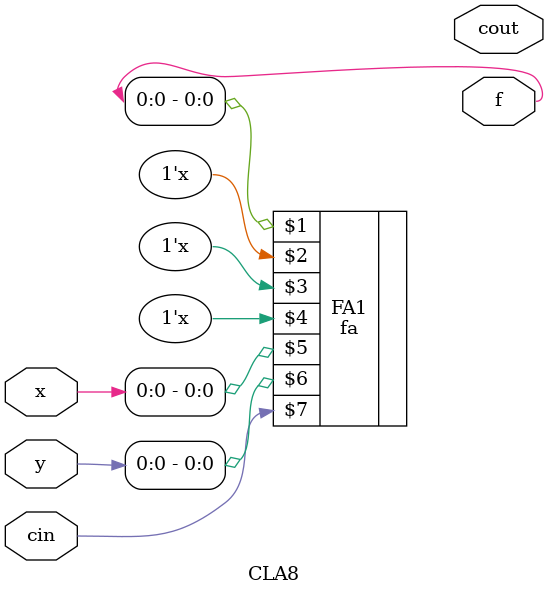
<source format=v>
`timescale 1ns / 1ps


module CLU4(c,p,g,c0);
    output [4:1] c;
    input [4:1] p, g;
    input c0;
endmodule
module CLA8 (
    output [7:0] f,
    output cout,
    input [7:0] x, y,
    input cin
);

    
    wire c1, c2 ,c3, c4, c5, c6, c7;
    wire p0, p1, p2, p3, p4, p5, p6, p7;
    wire g0, g1, g2, g3, g4, g5, g6, g7;
    fa FA1(f[0], c[0], p[0], q[0], x[0], y[0], cin);
    or(c1, g1, p1&c0);
    or(c2, g2, p2&g1, p2&p1&c0);
    or(c3, g3, p3&g2, p3&p2&g1, p3&p2&p1&c0);
    or(c4, g4, p4&g3, p4&p3&g2, p4&p3&p2&g1, p4&p3&p2&p1&c0);
    or(c5, g5, p5&g4, p5&p4&g3, p5&p4&p3&g2, p5&p4&p3&p2&g1, p5&p4&p3&p2&p1&c0);
    or(c6, g6, p6&g5, p6&p5&g4, p6&p5&p4&g3, p6&p5&p4&p3&g2, p6&p5&p4&p3&p2&g1, p6&p5&p4&p3&p2&p1&c0);
    or(c7, g7, p7&g6, p7&p6&g5, p7&p6&p5&g4, p7&p6&p5&p4&g3, p7&p6&p5&p4&p3&g2, p7&p6&p5&p4&p3&p2&g1, p7&p6&p5&p4&p3&p2&p1&c0);

endmodule

</source>
